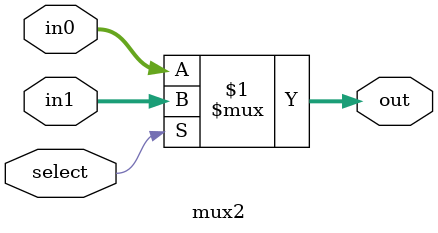
<source format=sv>
module mux2 #(WIDTH = 8)
	(
		input logic [WIDTH-1:0] in0, in1,
		input logic select,
		output logic [WIDTH-1:0] out
	);
	
	
	assign out = select ? in1: in0;
	
	
endmodule
</source>
